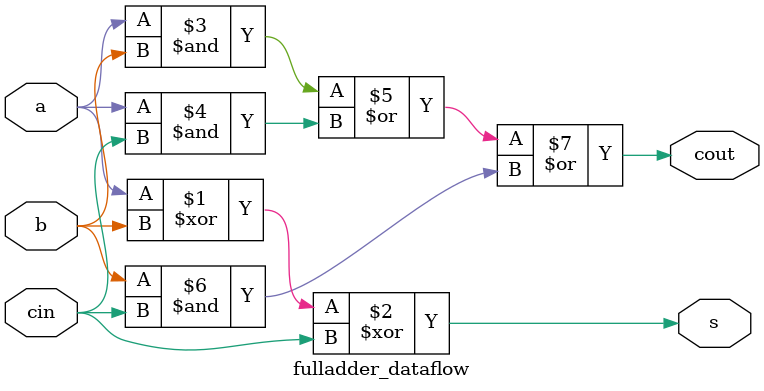
<source format=v>
`timescale 1ns / 1ps

module fulladder_dataflow(
    input a,
    input b,
    input cin,
    output s,
    output cout
    );
        
	assign #2 s = a ^ b ^ cin;
	assign #2 cout = (a & b) | (a & cin) | (b & cin);

endmodule
</source>
